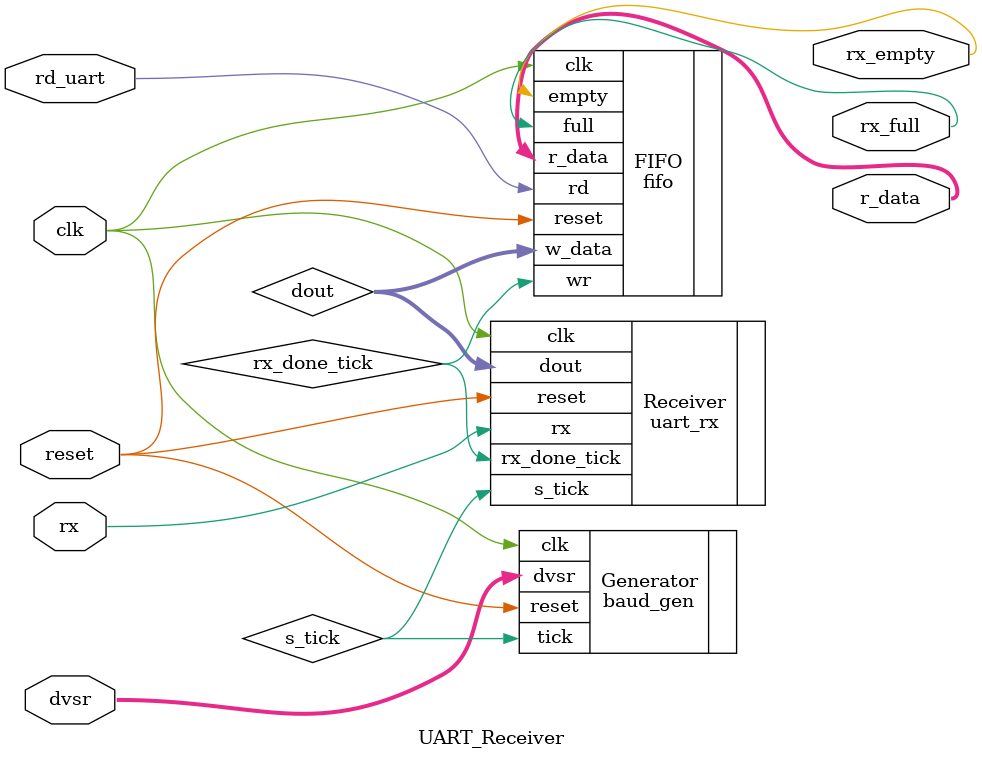
<source format=v>

module UART_Receiver
#(
parameter   DBIT = 8,           // no. of data bit
            SB_TICK = 16,       // oversampling - 16 ticks per bit
            DATA_WIDTH = 8,     //bit width
            ADDR_WIDTH=2       //depth of fifo
)
(
input clk,reset,
input [10:0] dvsr,
//data to receiver 
input rx,
//read interface
input rd_uart,
output rx_empty,rx_full,         //rx fifo full/empty ??
output [7:0] r_data
);
          
wire s_tick,rx_done_tick;
wire [7:0] dout;
 uart_rx
#(
.DBIT(DBIT),
.SB_TICK(SB_TICK)
 )
 Receiver
 (
 .clk(clk),
 .reset(reset),
 .rx(rx),
 .s_tick(s_tick),
 .rx_done_tick(rx_done_tick),
 .dout(dout)
 );
 
 baud_gen Generator
(
.clk(clk),
.reset(reset),
.dvsr(dvsr),
.tick(s_tick)
);

fifo
#(
.DATA_WIDTH(DATA_WIDTH),
.ADDR_WIDTH(ADDR_WIDTH)
) 
FIFO
(
.clk(clk),
.wr(rx_done_tick),
.rd(rd_uart),
.reset(reset),
.w_data(dout),
.r_data(r_data),
.full(rx_full),
.empty(rx_empty)
);
    
endmodule

</source>
